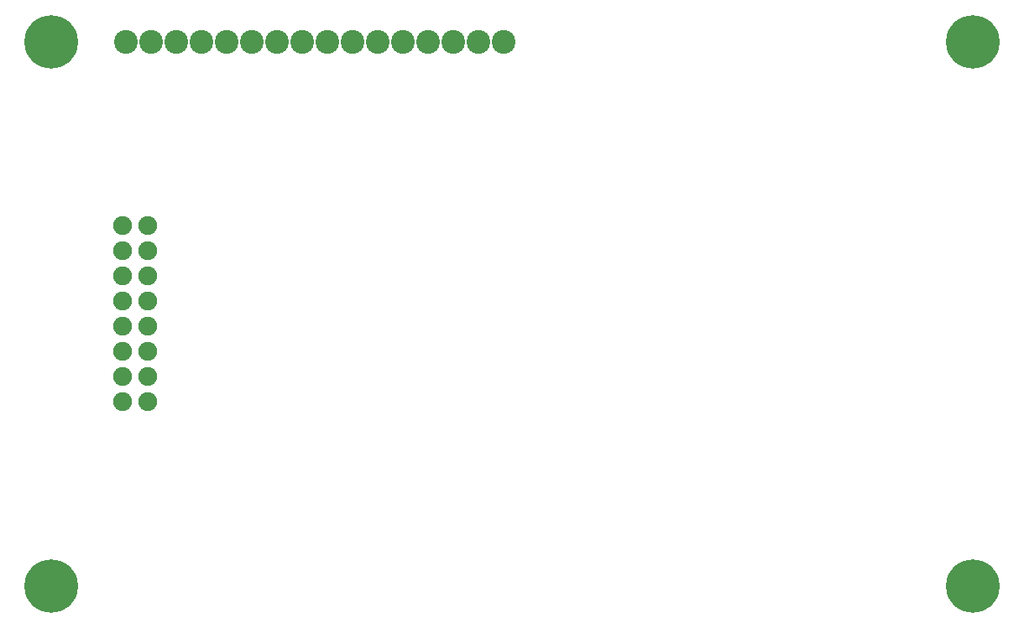
<source format=gbr>
%TF.GenerationSoftware,Altium Limited,Altium Designer,26.3.0 (6)*%
G04 Layer_Color=16711935*
%FSLAX45Y45*%
%MOMM*%
%TF.SameCoordinates,B802E6D7-E220-4502-B456-AB3D52F6952B*%
%TF.FilePolarity,Negative*%
%TF.FileFunction,Soldermask,Bot*%
%TF.Part,Single*%
G01*
G75*
%TA.AperFunction,ComponentPad*%
%ADD19C,1.90000*%
%ADD20C,2.40000*%
%ADD21C,5.40000*%
D19*
X-3927000Y889000D02*
D03*
X-3673000D02*
D03*
X-3927000Y635000D02*
D03*
X-3673000D02*
D03*
X-3927000Y381000D02*
D03*
X-3673000D02*
D03*
X-3927000Y127000D02*
D03*
X-3673000D02*
D03*
X-3927000Y-127000D02*
D03*
X-3673000D02*
D03*
X-3927000Y-381000D02*
D03*
X-3673000D02*
D03*
X-3927000Y-635000D02*
D03*
X-3673000D02*
D03*
X-3927000Y-889000D02*
D03*
X-3673000D02*
D03*
D20*
X-3900000Y2750000D02*
D03*
X-3646000D02*
D03*
X-3392000D02*
D03*
X-3138000Y2750000D02*
D03*
X-2884000Y2750000D02*
D03*
X-2630000D02*
D03*
X-2376000D02*
D03*
X-2122000D02*
D03*
X-1868000D02*
D03*
X-1614000D02*
D03*
X-1360000D02*
D03*
X-1106000D02*
D03*
X-852000Y2750000D02*
D03*
X-598000Y2750000D02*
D03*
X-344000D02*
D03*
X-90000D02*
D03*
D21*
X4650000Y-2750000D02*
D03*
X-4650000Y2750000D02*
D03*
Y-2750000D02*
D03*
X4650000Y2750000D02*
D03*
%TF.MD5,19a53bc33174587933f6ead4006ab475*%
M02*

</source>
